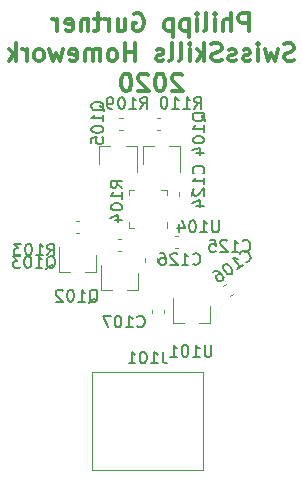
<source format=gbr>
G04 #@! TF.GenerationSoftware,KiCad,Pcbnew,5.1.5*
G04 #@! TF.CreationDate,2020-04-28T21:36:49+02:00*
G04 #@! TF.ProjectId,movingstar,6d6f7669-6e67-4737-9461-722e6b696361,rev?*
G04 #@! TF.SameCoordinates,Original*
G04 #@! TF.FileFunction,Legend,Bot*
G04 #@! TF.FilePolarity,Positive*
%FSLAX46Y46*%
G04 Gerber Fmt 4.6, Leading zero omitted, Abs format (unit mm)*
G04 Created by KiCad (PCBNEW 5.1.5) date 2020-04-28 21:36:49*
%MOMM*%
%LPD*%
G04 APERTURE LIST*
%ADD10C,0.300000*%
%ADD11C,0.120000*%
%ADD12C,0.150000*%
G04 APERTURE END LIST*
D10*
X208544085Y-84971171D02*
X208544085Y-83471171D01*
X207972657Y-83471171D01*
X207829800Y-83542600D01*
X207758371Y-83614028D01*
X207686942Y-83756885D01*
X207686942Y-83971171D01*
X207758371Y-84114028D01*
X207829800Y-84185457D01*
X207972657Y-84256885D01*
X208544085Y-84256885D01*
X207044085Y-84971171D02*
X207044085Y-83471171D01*
X206401228Y-84971171D02*
X206401228Y-84185457D01*
X206472657Y-84042600D01*
X206615514Y-83971171D01*
X206829800Y-83971171D01*
X206972657Y-84042600D01*
X207044085Y-84114028D01*
X205686942Y-84971171D02*
X205686942Y-83971171D01*
X205686942Y-83471171D02*
X205758371Y-83542600D01*
X205686942Y-83614028D01*
X205615514Y-83542600D01*
X205686942Y-83471171D01*
X205686942Y-83614028D01*
X204758371Y-84971171D02*
X204901228Y-84899742D01*
X204972657Y-84756885D01*
X204972657Y-83471171D01*
X204186942Y-84971171D02*
X204186942Y-83971171D01*
X204186942Y-83471171D02*
X204258371Y-83542600D01*
X204186942Y-83614028D01*
X204115514Y-83542600D01*
X204186942Y-83471171D01*
X204186942Y-83614028D01*
X203472657Y-83971171D02*
X203472657Y-85471171D01*
X203472657Y-84042600D02*
X203329800Y-83971171D01*
X203044085Y-83971171D01*
X202901228Y-84042600D01*
X202829800Y-84114028D01*
X202758371Y-84256885D01*
X202758371Y-84685457D01*
X202829800Y-84828314D01*
X202901228Y-84899742D01*
X203044085Y-84971171D01*
X203329800Y-84971171D01*
X203472657Y-84899742D01*
X202115514Y-83971171D02*
X202115514Y-85471171D01*
X202115514Y-84042600D02*
X201972657Y-83971171D01*
X201686942Y-83971171D01*
X201544085Y-84042600D01*
X201472657Y-84114028D01*
X201401228Y-84256885D01*
X201401228Y-84685457D01*
X201472657Y-84828314D01*
X201544085Y-84899742D01*
X201686942Y-84971171D01*
X201972657Y-84971171D01*
X202115514Y-84899742D01*
X198829800Y-83542600D02*
X198972657Y-83471171D01*
X199186942Y-83471171D01*
X199401228Y-83542600D01*
X199544085Y-83685457D01*
X199615514Y-83828314D01*
X199686942Y-84114028D01*
X199686942Y-84328314D01*
X199615514Y-84614028D01*
X199544085Y-84756885D01*
X199401228Y-84899742D01*
X199186942Y-84971171D01*
X199044085Y-84971171D01*
X198829800Y-84899742D01*
X198758371Y-84828314D01*
X198758371Y-84328314D01*
X199044085Y-84328314D01*
X197472657Y-83971171D02*
X197472657Y-84971171D01*
X198115514Y-83971171D02*
X198115514Y-84756885D01*
X198044085Y-84899742D01*
X197901228Y-84971171D01*
X197686942Y-84971171D01*
X197544085Y-84899742D01*
X197472657Y-84828314D01*
X196758371Y-84971171D02*
X196758371Y-83971171D01*
X196758371Y-84256885D02*
X196686942Y-84114028D01*
X196615514Y-84042600D01*
X196472657Y-83971171D01*
X196329800Y-83971171D01*
X196044085Y-83971171D02*
X195472657Y-83971171D01*
X195829800Y-83471171D02*
X195829800Y-84756885D01*
X195758371Y-84899742D01*
X195615514Y-84971171D01*
X195472657Y-84971171D01*
X194972657Y-83971171D02*
X194972657Y-84971171D01*
X194972657Y-84114028D02*
X194901228Y-84042600D01*
X194758371Y-83971171D01*
X194544085Y-83971171D01*
X194401228Y-84042600D01*
X194329800Y-84185457D01*
X194329800Y-84971171D01*
X193044085Y-84899742D02*
X193186942Y-84971171D01*
X193472657Y-84971171D01*
X193615514Y-84899742D01*
X193686942Y-84756885D01*
X193686942Y-84185457D01*
X193615514Y-84042600D01*
X193472657Y-83971171D01*
X193186942Y-83971171D01*
X193044085Y-84042600D01*
X192972657Y-84185457D01*
X192972657Y-84328314D01*
X193686942Y-84471171D01*
X192329800Y-84971171D02*
X192329800Y-83971171D01*
X192329800Y-84256885D02*
X192258371Y-84114028D01*
X192186942Y-84042600D01*
X192044085Y-83971171D01*
X191901228Y-83971171D01*
X212401228Y-87449742D02*
X212186942Y-87521171D01*
X211829800Y-87521171D01*
X211686942Y-87449742D01*
X211615514Y-87378314D01*
X211544085Y-87235457D01*
X211544085Y-87092600D01*
X211615514Y-86949742D01*
X211686942Y-86878314D01*
X211829800Y-86806885D01*
X212115514Y-86735457D01*
X212258371Y-86664028D01*
X212329800Y-86592600D01*
X212401228Y-86449742D01*
X212401228Y-86306885D01*
X212329800Y-86164028D01*
X212258371Y-86092600D01*
X212115514Y-86021171D01*
X211758371Y-86021171D01*
X211544085Y-86092600D01*
X211044085Y-86521171D02*
X210758371Y-87521171D01*
X210472657Y-86806885D01*
X210186942Y-87521171D01*
X209901228Y-86521171D01*
X209329800Y-87521171D02*
X209329800Y-86521171D01*
X209329800Y-86021171D02*
X209401228Y-86092600D01*
X209329800Y-86164028D01*
X209258371Y-86092600D01*
X209329800Y-86021171D01*
X209329800Y-86164028D01*
X208686942Y-87449742D02*
X208544085Y-87521171D01*
X208258371Y-87521171D01*
X208115514Y-87449742D01*
X208044085Y-87306885D01*
X208044085Y-87235457D01*
X208115514Y-87092600D01*
X208258371Y-87021171D01*
X208472657Y-87021171D01*
X208615514Y-86949742D01*
X208686942Y-86806885D01*
X208686942Y-86735457D01*
X208615514Y-86592600D01*
X208472657Y-86521171D01*
X208258371Y-86521171D01*
X208115514Y-86592600D01*
X207472657Y-87449742D02*
X207329800Y-87521171D01*
X207044085Y-87521171D01*
X206901228Y-87449742D01*
X206829800Y-87306885D01*
X206829800Y-87235457D01*
X206901228Y-87092600D01*
X207044085Y-87021171D01*
X207258371Y-87021171D01*
X207401228Y-86949742D01*
X207472657Y-86806885D01*
X207472657Y-86735457D01*
X207401228Y-86592600D01*
X207258371Y-86521171D01*
X207044085Y-86521171D01*
X206901228Y-86592600D01*
X206258371Y-87449742D02*
X206044085Y-87521171D01*
X205686942Y-87521171D01*
X205544085Y-87449742D01*
X205472657Y-87378314D01*
X205401228Y-87235457D01*
X205401228Y-87092600D01*
X205472657Y-86949742D01*
X205544085Y-86878314D01*
X205686942Y-86806885D01*
X205972657Y-86735457D01*
X206115514Y-86664028D01*
X206186942Y-86592600D01*
X206258371Y-86449742D01*
X206258371Y-86306885D01*
X206186942Y-86164028D01*
X206115514Y-86092600D01*
X205972657Y-86021171D01*
X205615514Y-86021171D01*
X205401228Y-86092600D01*
X204758371Y-87521171D02*
X204758371Y-86021171D01*
X204615514Y-86949742D02*
X204186942Y-87521171D01*
X204186942Y-86521171D02*
X204758371Y-87092600D01*
X203544085Y-87521171D02*
X203544085Y-86521171D01*
X203544085Y-86021171D02*
X203615514Y-86092600D01*
X203544085Y-86164028D01*
X203472657Y-86092600D01*
X203544085Y-86021171D01*
X203544085Y-86164028D01*
X202615514Y-87521171D02*
X202758371Y-87449742D01*
X202829800Y-87306885D01*
X202829800Y-86021171D01*
X201829800Y-87521171D02*
X201972657Y-87449742D01*
X202044085Y-87306885D01*
X202044085Y-86021171D01*
X201329800Y-87449742D02*
X201186942Y-87521171D01*
X200901228Y-87521171D01*
X200758371Y-87449742D01*
X200686942Y-87306885D01*
X200686942Y-87235457D01*
X200758371Y-87092600D01*
X200901228Y-87021171D01*
X201115514Y-87021171D01*
X201258371Y-86949742D01*
X201329800Y-86806885D01*
X201329800Y-86735457D01*
X201258371Y-86592600D01*
X201115514Y-86521171D01*
X200901228Y-86521171D01*
X200758371Y-86592600D01*
X198901228Y-87521171D02*
X198901228Y-86021171D01*
X198901228Y-86735457D02*
X198044085Y-86735457D01*
X198044085Y-87521171D02*
X198044085Y-86021171D01*
X197115514Y-87521171D02*
X197258371Y-87449742D01*
X197329800Y-87378314D01*
X197401228Y-87235457D01*
X197401228Y-86806885D01*
X197329800Y-86664028D01*
X197258371Y-86592600D01*
X197115514Y-86521171D01*
X196901228Y-86521171D01*
X196758371Y-86592600D01*
X196686942Y-86664028D01*
X196615514Y-86806885D01*
X196615514Y-87235457D01*
X196686942Y-87378314D01*
X196758371Y-87449742D01*
X196901228Y-87521171D01*
X197115514Y-87521171D01*
X195972657Y-87521171D02*
X195972657Y-86521171D01*
X195972657Y-86664028D02*
X195901228Y-86592600D01*
X195758371Y-86521171D01*
X195544085Y-86521171D01*
X195401228Y-86592600D01*
X195329800Y-86735457D01*
X195329800Y-87521171D01*
X195329800Y-86735457D02*
X195258371Y-86592600D01*
X195115514Y-86521171D01*
X194901228Y-86521171D01*
X194758371Y-86592600D01*
X194686942Y-86735457D01*
X194686942Y-87521171D01*
X193401228Y-87449742D02*
X193544085Y-87521171D01*
X193829800Y-87521171D01*
X193972657Y-87449742D01*
X194044085Y-87306885D01*
X194044085Y-86735457D01*
X193972657Y-86592600D01*
X193829800Y-86521171D01*
X193544085Y-86521171D01*
X193401228Y-86592600D01*
X193329800Y-86735457D01*
X193329800Y-86878314D01*
X194044085Y-87021171D01*
X192829800Y-86521171D02*
X192544085Y-87521171D01*
X192258371Y-86806885D01*
X191972657Y-87521171D01*
X191686942Y-86521171D01*
X190901228Y-87521171D02*
X191044085Y-87449742D01*
X191115514Y-87378314D01*
X191186942Y-87235457D01*
X191186942Y-86806885D01*
X191115514Y-86664028D01*
X191044085Y-86592600D01*
X190901228Y-86521171D01*
X190686942Y-86521171D01*
X190544085Y-86592600D01*
X190472657Y-86664028D01*
X190401228Y-86806885D01*
X190401228Y-87235457D01*
X190472657Y-87378314D01*
X190544085Y-87449742D01*
X190686942Y-87521171D01*
X190901228Y-87521171D01*
X189758371Y-87521171D02*
X189758371Y-86521171D01*
X189758371Y-86806885D02*
X189686942Y-86664028D01*
X189615514Y-86592600D01*
X189472657Y-86521171D01*
X189329800Y-86521171D01*
X188829800Y-87521171D02*
X188829800Y-86021171D01*
X188686942Y-86949742D02*
X188258371Y-87521171D01*
X188258371Y-86521171D02*
X188829800Y-87092600D01*
X202901228Y-88714028D02*
X202829800Y-88642600D01*
X202686942Y-88571171D01*
X202329800Y-88571171D01*
X202186942Y-88642600D01*
X202115514Y-88714028D01*
X202044085Y-88856885D01*
X202044085Y-88999742D01*
X202115514Y-89214028D01*
X202972657Y-90071171D01*
X202044085Y-90071171D01*
X201115514Y-88571171D02*
X200972657Y-88571171D01*
X200829800Y-88642600D01*
X200758371Y-88714028D01*
X200686942Y-88856885D01*
X200615514Y-89142600D01*
X200615514Y-89499742D01*
X200686942Y-89785457D01*
X200758371Y-89928314D01*
X200829800Y-89999742D01*
X200972657Y-90071171D01*
X201115514Y-90071171D01*
X201258371Y-89999742D01*
X201329800Y-89928314D01*
X201401228Y-89785457D01*
X201472657Y-89499742D01*
X201472657Y-89142600D01*
X201401228Y-88856885D01*
X201329800Y-88714028D01*
X201258371Y-88642600D01*
X201115514Y-88571171D01*
X200044085Y-88714028D02*
X199972657Y-88642600D01*
X199829800Y-88571171D01*
X199472657Y-88571171D01*
X199329800Y-88642600D01*
X199258371Y-88714028D01*
X199186942Y-88856885D01*
X199186942Y-88999742D01*
X199258371Y-89214028D01*
X200115514Y-90071171D01*
X199186942Y-90071171D01*
X198258371Y-88571171D02*
X198115514Y-88571171D01*
X197972657Y-88642600D01*
X197901228Y-88714028D01*
X197829800Y-88856885D01*
X197758371Y-89142600D01*
X197758371Y-89499742D01*
X197829800Y-89785457D01*
X197901228Y-89928314D01*
X197972657Y-89999742D01*
X198115514Y-90071171D01*
X198258371Y-90071171D01*
X198401228Y-89999742D01*
X198472657Y-89928314D01*
X198544085Y-89785457D01*
X198615514Y-89499742D01*
X198615514Y-89142600D01*
X198544085Y-88856885D01*
X198472657Y-88714028D01*
X198401228Y-88642600D01*
X198258371Y-88571171D01*
D11*
X201610000Y-98865000D02*
X201610000Y-98390000D01*
X201610000Y-98390000D02*
X201135000Y-98390000D01*
X198390000Y-101135000D02*
X198390000Y-101610000D01*
X198390000Y-101610000D02*
X198865000Y-101610000D01*
X198390000Y-98865000D02*
X198390000Y-98390000D01*
X198390000Y-98390000D02*
X198865000Y-98390000D01*
X201610000Y-101135000D02*
X201610000Y-101610000D01*
X206349939Y-106566280D02*
X206613320Y-106374922D01*
X206949480Y-107391478D02*
X207212861Y-107200120D01*
X201424000Y-108549221D02*
X201424000Y-108874779D01*
X200404000Y-108549221D02*
X200404000Y-108874779D01*
X202626500Y-98579721D02*
X202626500Y-98905279D01*
X203646500Y-98579721D02*
X203646500Y-98905279D01*
X202275221Y-102360000D02*
X202600779Y-102360000D01*
X202275221Y-103380000D02*
X202600779Y-103380000D01*
X199753760Y-104190581D02*
X199753760Y-104516139D01*
X200773760Y-104190581D02*
X200773760Y-104516139D01*
X204695000Y-113818000D02*
X204695000Y-122118000D01*
X204695000Y-122118000D02*
X195305000Y-122118000D01*
X195305000Y-122118000D02*
X195305000Y-113818000D01*
X204695000Y-113818000D02*
X195305000Y-113818000D01*
X199192000Y-106932000D02*
X198262000Y-106932000D01*
X196032000Y-106932000D02*
X196962000Y-106932000D01*
X196032000Y-106932000D02*
X196032000Y-104772000D01*
X199192000Y-106932000D02*
X199192000Y-105472000D01*
X195636000Y-105408000D02*
X194706000Y-105408000D01*
X192476000Y-105408000D02*
X193406000Y-105408000D01*
X192476000Y-105408000D02*
X192476000Y-103248000D01*
X195636000Y-105408000D02*
X195636000Y-103948000D01*
X193893221Y-101090000D02*
X194218779Y-101090000D01*
X193893221Y-102110000D02*
X194218779Y-102110000D01*
X197449221Y-103634000D02*
X197774779Y-103634000D01*
X197449221Y-102614000D02*
X197774779Y-102614000D01*
X205288000Y-109726000D02*
X205288000Y-108266000D01*
X202128000Y-109726000D02*
X202128000Y-107566000D01*
X202128000Y-109726000D02*
X203058000Y-109726000D01*
X205288000Y-109726000D02*
X204358000Y-109726000D01*
X199588000Y-94744000D02*
X199588000Y-96204000D01*
X202748000Y-94744000D02*
X202748000Y-96904000D01*
X202748000Y-94744000D02*
X201818000Y-94744000D01*
X199588000Y-94744000D02*
X200518000Y-94744000D01*
X195905000Y-94744000D02*
X196835000Y-94744000D01*
X199065000Y-94744000D02*
X198135000Y-94744000D01*
X199065000Y-94744000D02*
X199065000Y-96904000D01*
X195905000Y-94744000D02*
X195905000Y-96204000D01*
X197901779Y-93347000D02*
X197576221Y-93347000D01*
X197901779Y-92327000D02*
X197576221Y-92327000D01*
X200751221Y-93347000D02*
X201076779Y-93347000D01*
X200751221Y-92327000D02*
X201076779Y-92327000D01*
D12*
X206031885Y-101001580D02*
X206031885Y-101811104D01*
X205984266Y-101906342D01*
X205936647Y-101953961D01*
X205841409Y-102001580D01*
X205650933Y-102001580D01*
X205555695Y-101953961D01*
X205508076Y-101906342D01*
X205460457Y-101811104D01*
X205460457Y-101001580D01*
X204460457Y-102001580D02*
X205031885Y-102001580D01*
X204746171Y-102001580D02*
X204746171Y-101001580D01*
X204841409Y-101144438D01*
X204936647Y-101239676D01*
X205031885Y-101287295D01*
X203841409Y-101001580D02*
X203746171Y-101001580D01*
X203650933Y-101049200D01*
X203603314Y-101096819D01*
X203555695Y-101192057D01*
X203508076Y-101382533D01*
X203508076Y-101620628D01*
X203555695Y-101811104D01*
X203603314Y-101906342D01*
X203650933Y-101953961D01*
X203746171Y-102001580D01*
X203841409Y-102001580D01*
X203936647Y-101953961D01*
X203984266Y-101906342D01*
X204031885Y-101811104D01*
X204079504Y-101620628D01*
X204079504Y-101382533D01*
X204031885Y-101192057D01*
X203984266Y-101096819D01*
X203936647Y-101049200D01*
X203841409Y-101001580D01*
X202650933Y-101334914D02*
X202650933Y-102001580D01*
X202889028Y-100953961D02*
X203127123Y-101668247D01*
X202508076Y-101668247D01*
X208315451Y-104506774D02*
X208381966Y-104517309D01*
X208525529Y-104471865D01*
X208602579Y-104415885D01*
X208690163Y-104293391D01*
X208711232Y-104160362D01*
X208693777Y-104055323D01*
X208620343Y-103873235D01*
X208536374Y-103757661D01*
X208385890Y-103631553D01*
X208291386Y-103582493D01*
X208158357Y-103561423D01*
X208014793Y-103606868D01*
X207937744Y-103662848D01*
X207850160Y-103785342D01*
X207839625Y-103851856D01*
X207600939Y-105143619D02*
X208063234Y-104807742D01*
X207832086Y-104975681D02*
X207244301Y-104166664D01*
X207405320Y-104226258D01*
X207538348Y-104247328D01*
X207643387Y-104229873D01*
X206512333Y-104698469D02*
X206435284Y-104754449D01*
X206386225Y-104848953D01*
X206375690Y-104915467D01*
X206393145Y-105020506D01*
X206466579Y-105202595D01*
X206606528Y-105395218D01*
X206757012Y-105521326D01*
X206851516Y-105570386D01*
X206918030Y-105580921D01*
X207023069Y-105563466D01*
X207100118Y-105507486D01*
X207149178Y-105412982D01*
X207159713Y-105346468D01*
X207142258Y-105241429D01*
X207068823Y-105059340D01*
X206928875Y-104866717D01*
X206778391Y-104740609D01*
X206683887Y-104691549D01*
X206617372Y-104681014D01*
X206512333Y-104698469D01*
X205549218Y-105398214D02*
X205703316Y-105286254D01*
X205808355Y-105268800D01*
X205874870Y-105279334D01*
X206035888Y-105338929D01*
X206186372Y-105465037D01*
X206410290Y-105773234D01*
X206427745Y-105878273D01*
X206417210Y-105944788D01*
X206368151Y-106039292D01*
X206214052Y-106151251D01*
X206109013Y-106168706D01*
X206042499Y-106158171D01*
X205947995Y-106109112D01*
X205808046Y-105916489D01*
X205790591Y-105811450D01*
X205801126Y-105744935D01*
X205850185Y-105650431D01*
X206004284Y-105538472D01*
X206109323Y-105521017D01*
X206175837Y-105531552D01*
X206270341Y-105580611D01*
X199112047Y-109958142D02*
X199159666Y-110005761D01*
X199302523Y-110053380D01*
X199397761Y-110053380D01*
X199540619Y-110005761D01*
X199635857Y-109910523D01*
X199683476Y-109815285D01*
X199731095Y-109624809D01*
X199731095Y-109481952D01*
X199683476Y-109291476D01*
X199635857Y-109196238D01*
X199540619Y-109101000D01*
X199397761Y-109053380D01*
X199302523Y-109053380D01*
X199159666Y-109101000D01*
X199112047Y-109148619D01*
X198159666Y-110053380D02*
X198731095Y-110053380D01*
X198445380Y-110053380D02*
X198445380Y-109053380D01*
X198540619Y-109196238D01*
X198635857Y-109291476D01*
X198731095Y-109339095D01*
X197540619Y-109053380D02*
X197445380Y-109053380D01*
X197350142Y-109101000D01*
X197302523Y-109148619D01*
X197254904Y-109243857D01*
X197207285Y-109434333D01*
X197207285Y-109672428D01*
X197254904Y-109862904D01*
X197302523Y-109958142D01*
X197350142Y-110005761D01*
X197445380Y-110053380D01*
X197540619Y-110053380D01*
X197635857Y-110005761D01*
X197683476Y-109958142D01*
X197731095Y-109862904D01*
X197778714Y-109672428D01*
X197778714Y-109434333D01*
X197731095Y-109243857D01*
X197683476Y-109148619D01*
X197635857Y-109101000D01*
X197540619Y-109053380D01*
X196873952Y-109053380D02*
X196207285Y-109053380D01*
X196635857Y-110053380D01*
X204700142Y-97001152D02*
X204747761Y-96953533D01*
X204795380Y-96810676D01*
X204795380Y-96715438D01*
X204747761Y-96572580D01*
X204652523Y-96477342D01*
X204557285Y-96429723D01*
X204366809Y-96382104D01*
X204223952Y-96382104D01*
X204033476Y-96429723D01*
X203938238Y-96477342D01*
X203843000Y-96572580D01*
X203795380Y-96715438D01*
X203795380Y-96810676D01*
X203843000Y-96953533D01*
X203890619Y-97001152D01*
X204795380Y-97953533D02*
X204795380Y-97382104D01*
X204795380Y-97667819D02*
X203795380Y-97667819D01*
X203938238Y-97572580D01*
X204033476Y-97477342D01*
X204081095Y-97382104D01*
X203890619Y-98334485D02*
X203843000Y-98382104D01*
X203795380Y-98477342D01*
X203795380Y-98715438D01*
X203843000Y-98810676D01*
X203890619Y-98858295D01*
X203985857Y-98905914D01*
X204081095Y-98905914D01*
X204223952Y-98858295D01*
X204795380Y-98286866D01*
X204795380Y-98905914D01*
X204128714Y-99763057D02*
X204795380Y-99763057D01*
X203747761Y-99524961D02*
X204462047Y-99286866D01*
X204462047Y-99905914D01*
X208052847Y-103557342D02*
X208100466Y-103604961D01*
X208243323Y-103652580D01*
X208338561Y-103652580D01*
X208481419Y-103604961D01*
X208576657Y-103509723D01*
X208624276Y-103414485D01*
X208671895Y-103224009D01*
X208671895Y-103081152D01*
X208624276Y-102890676D01*
X208576657Y-102795438D01*
X208481419Y-102700200D01*
X208338561Y-102652580D01*
X208243323Y-102652580D01*
X208100466Y-102700200D01*
X208052847Y-102747819D01*
X207100466Y-103652580D02*
X207671895Y-103652580D01*
X207386180Y-103652580D02*
X207386180Y-102652580D01*
X207481419Y-102795438D01*
X207576657Y-102890676D01*
X207671895Y-102938295D01*
X206719514Y-102747819D02*
X206671895Y-102700200D01*
X206576657Y-102652580D01*
X206338561Y-102652580D01*
X206243323Y-102700200D01*
X206195704Y-102747819D01*
X206148085Y-102843057D01*
X206148085Y-102938295D01*
X206195704Y-103081152D01*
X206767133Y-103652580D01*
X206148085Y-103652580D01*
X205243323Y-102652580D02*
X205719514Y-102652580D01*
X205767133Y-103128771D01*
X205719514Y-103081152D01*
X205624276Y-103033533D01*
X205386180Y-103033533D01*
X205290942Y-103081152D01*
X205243323Y-103128771D01*
X205195704Y-103224009D01*
X205195704Y-103462104D01*
X205243323Y-103557342D01*
X205290942Y-103604961D01*
X205386180Y-103652580D01*
X205624276Y-103652580D01*
X205719514Y-103604961D01*
X205767133Y-103557342D01*
X203836447Y-104674942D02*
X203884066Y-104722561D01*
X204026923Y-104770180D01*
X204122161Y-104770180D01*
X204265019Y-104722561D01*
X204360257Y-104627323D01*
X204407876Y-104532085D01*
X204455495Y-104341609D01*
X204455495Y-104198752D01*
X204407876Y-104008276D01*
X204360257Y-103913038D01*
X204265019Y-103817800D01*
X204122161Y-103770180D01*
X204026923Y-103770180D01*
X203884066Y-103817800D01*
X203836447Y-103865419D01*
X202884066Y-104770180D02*
X203455495Y-104770180D01*
X203169780Y-104770180D02*
X203169780Y-103770180D01*
X203265019Y-103913038D01*
X203360257Y-104008276D01*
X203455495Y-104055895D01*
X202503114Y-103865419D02*
X202455495Y-103817800D01*
X202360257Y-103770180D01*
X202122161Y-103770180D01*
X202026923Y-103817800D01*
X201979304Y-103865419D01*
X201931685Y-103960657D01*
X201931685Y-104055895D01*
X201979304Y-104198752D01*
X202550733Y-104770180D01*
X201931685Y-104770180D01*
X201074542Y-103770180D02*
X201265019Y-103770180D01*
X201360257Y-103817800D01*
X201407876Y-103865419D01*
X201503114Y-104008276D01*
X201550733Y-104198752D01*
X201550733Y-104579704D01*
X201503114Y-104674942D01*
X201455495Y-104722561D01*
X201360257Y-104770180D01*
X201169780Y-104770180D01*
X201074542Y-104722561D01*
X201026923Y-104674942D01*
X200979304Y-104579704D01*
X200979304Y-104341609D01*
X201026923Y-104246371D01*
X201074542Y-104198752D01*
X201169780Y-104151133D01*
X201360257Y-104151133D01*
X201455495Y-104198752D01*
X201503114Y-104246371D01*
X201550733Y-104341609D01*
X201285714Y-112101380D02*
X201285714Y-112815666D01*
X201333333Y-112958523D01*
X201428571Y-113053761D01*
X201571428Y-113101380D01*
X201666666Y-113101380D01*
X200285714Y-113101380D02*
X200857142Y-113101380D01*
X200571428Y-113101380D02*
X200571428Y-112101380D01*
X200666666Y-112244238D01*
X200761904Y-112339476D01*
X200857142Y-112387095D01*
X199666666Y-112101380D02*
X199571428Y-112101380D01*
X199476190Y-112149000D01*
X199428571Y-112196619D01*
X199380952Y-112291857D01*
X199333333Y-112482333D01*
X199333333Y-112720428D01*
X199380952Y-112910904D01*
X199428571Y-113006142D01*
X199476190Y-113053761D01*
X199571428Y-113101380D01*
X199666666Y-113101380D01*
X199761904Y-113053761D01*
X199809523Y-113006142D01*
X199857142Y-112910904D01*
X199904761Y-112720428D01*
X199904761Y-112482333D01*
X199857142Y-112291857D01*
X199809523Y-112196619D01*
X199761904Y-112149000D01*
X199666666Y-112101380D01*
X198380952Y-113101380D02*
X198952380Y-113101380D01*
X198666666Y-113101380D02*
X198666666Y-112101380D01*
X198761904Y-112244238D01*
X198857142Y-112339476D01*
X198952380Y-112387095D01*
X195027419Y-107964219D02*
X195122657Y-107916600D01*
X195217895Y-107821361D01*
X195360752Y-107678504D01*
X195455990Y-107630885D01*
X195551228Y-107630885D01*
X195503609Y-107868980D02*
X195598847Y-107821361D01*
X195694085Y-107726123D01*
X195741704Y-107535647D01*
X195741704Y-107202314D01*
X195694085Y-107011838D01*
X195598847Y-106916600D01*
X195503609Y-106868980D01*
X195313133Y-106868980D01*
X195217895Y-106916600D01*
X195122657Y-107011838D01*
X195075038Y-107202314D01*
X195075038Y-107535647D01*
X195122657Y-107726123D01*
X195217895Y-107821361D01*
X195313133Y-107868980D01*
X195503609Y-107868980D01*
X194122657Y-107868980D02*
X194694085Y-107868980D01*
X194408371Y-107868980D02*
X194408371Y-106868980D01*
X194503609Y-107011838D01*
X194598847Y-107107076D01*
X194694085Y-107154695D01*
X193503609Y-106868980D02*
X193408371Y-106868980D01*
X193313133Y-106916600D01*
X193265514Y-106964219D01*
X193217895Y-107059457D01*
X193170276Y-107249933D01*
X193170276Y-107488028D01*
X193217895Y-107678504D01*
X193265514Y-107773742D01*
X193313133Y-107821361D01*
X193408371Y-107868980D01*
X193503609Y-107868980D01*
X193598847Y-107821361D01*
X193646466Y-107773742D01*
X193694085Y-107678504D01*
X193741704Y-107488028D01*
X193741704Y-107249933D01*
X193694085Y-107059457D01*
X193646466Y-106964219D01*
X193598847Y-106916600D01*
X193503609Y-106868980D01*
X192789323Y-106964219D02*
X192741704Y-106916600D01*
X192646466Y-106868980D01*
X192408371Y-106868980D01*
X192313133Y-106916600D01*
X192265514Y-106964219D01*
X192217895Y-107059457D01*
X192217895Y-107154695D01*
X192265514Y-107297552D01*
X192836942Y-107868980D01*
X192217895Y-107868980D01*
X191420619Y-105119419D02*
X191515857Y-105071800D01*
X191611095Y-104976561D01*
X191753952Y-104833704D01*
X191849190Y-104786085D01*
X191944428Y-104786085D01*
X191896809Y-105024180D02*
X191992047Y-104976561D01*
X192087285Y-104881323D01*
X192134904Y-104690847D01*
X192134904Y-104357514D01*
X192087285Y-104167038D01*
X191992047Y-104071800D01*
X191896809Y-104024180D01*
X191706333Y-104024180D01*
X191611095Y-104071800D01*
X191515857Y-104167038D01*
X191468238Y-104357514D01*
X191468238Y-104690847D01*
X191515857Y-104881323D01*
X191611095Y-104976561D01*
X191706333Y-105024180D01*
X191896809Y-105024180D01*
X190515857Y-105024180D02*
X191087285Y-105024180D01*
X190801571Y-105024180D02*
X190801571Y-104024180D01*
X190896809Y-104167038D01*
X190992047Y-104262276D01*
X191087285Y-104309895D01*
X189896809Y-104024180D02*
X189801571Y-104024180D01*
X189706333Y-104071800D01*
X189658714Y-104119419D01*
X189611095Y-104214657D01*
X189563476Y-104405133D01*
X189563476Y-104643228D01*
X189611095Y-104833704D01*
X189658714Y-104928942D01*
X189706333Y-104976561D01*
X189801571Y-105024180D01*
X189896809Y-105024180D01*
X189992047Y-104976561D01*
X190039666Y-104928942D01*
X190087285Y-104833704D01*
X190134904Y-104643228D01*
X190134904Y-104405133D01*
X190087285Y-104214657D01*
X190039666Y-104119419D01*
X189992047Y-104071800D01*
X189896809Y-104024180D01*
X189230142Y-104024180D02*
X188611095Y-104024180D01*
X188944428Y-104405133D01*
X188801571Y-104405133D01*
X188706333Y-104452752D01*
X188658714Y-104500371D01*
X188611095Y-104595609D01*
X188611095Y-104833704D01*
X188658714Y-104928942D01*
X188706333Y-104976561D01*
X188801571Y-105024180D01*
X189087285Y-105024180D01*
X189182523Y-104976561D01*
X189230142Y-104928942D01*
X191517447Y-103970080D02*
X191850780Y-103493890D01*
X192088876Y-103970080D02*
X192088876Y-102970080D01*
X191707923Y-102970080D01*
X191612685Y-103017700D01*
X191565066Y-103065319D01*
X191517447Y-103160557D01*
X191517447Y-103303414D01*
X191565066Y-103398652D01*
X191612685Y-103446271D01*
X191707923Y-103493890D01*
X192088876Y-103493890D01*
X190565066Y-103970080D02*
X191136495Y-103970080D01*
X190850780Y-103970080D02*
X190850780Y-102970080D01*
X190946019Y-103112938D01*
X191041257Y-103208176D01*
X191136495Y-103255795D01*
X189946019Y-102970080D02*
X189850780Y-102970080D01*
X189755542Y-103017700D01*
X189707923Y-103065319D01*
X189660304Y-103160557D01*
X189612685Y-103351033D01*
X189612685Y-103589128D01*
X189660304Y-103779604D01*
X189707923Y-103874842D01*
X189755542Y-103922461D01*
X189850780Y-103970080D01*
X189946019Y-103970080D01*
X190041257Y-103922461D01*
X190088876Y-103874842D01*
X190136495Y-103779604D01*
X190184114Y-103589128D01*
X190184114Y-103351033D01*
X190136495Y-103160557D01*
X190088876Y-103065319D01*
X190041257Y-103017700D01*
X189946019Y-102970080D01*
X189279352Y-102970080D02*
X188660304Y-102970080D01*
X188993638Y-103351033D01*
X188850780Y-103351033D01*
X188755542Y-103398652D01*
X188707923Y-103446271D01*
X188660304Y-103541509D01*
X188660304Y-103779604D01*
X188707923Y-103874842D01*
X188755542Y-103922461D01*
X188850780Y-103970080D01*
X189136495Y-103970080D01*
X189231733Y-103922461D01*
X189279352Y-103874842D01*
X197861180Y-98233052D02*
X197384990Y-97899719D01*
X197861180Y-97661623D02*
X196861180Y-97661623D01*
X196861180Y-98042576D01*
X196908800Y-98137814D01*
X196956419Y-98185433D01*
X197051657Y-98233052D01*
X197194514Y-98233052D01*
X197289752Y-98185433D01*
X197337371Y-98137814D01*
X197384990Y-98042576D01*
X197384990Y-97661623D01*
X197861180Y-99185433D02*
X197861180Y-98614004D01*
X197861180Y-98899719D02*
X196861180Y-98899719D01*
X197004038Y-98804480D01*
X197099276Y-98709242D01*
X197146895Y-98614004D01*
X196861180Y-99804480D02*
X196861180Y-99899719D01*
X196908800Y-99994957D01*
X196956419Y-100042576D01*
X197051657Y-100090195D01*
X197242133Y-100137814D01*
X197480228Y-100137814D01*
X197670704Y-100090195D01*
X197765942Y-100042576D01*
X197813561Y-99994957D01*
X197861180Y-99899719D01*
X197861180Y-99804480D01*
X197813561Y-99709242D01*
X197765942Y-99661623D01*
X197670704Y-99614004D01*
X197480228Y-99566385D01*
X197242133Y-99566385D01*
X197051657Y-99614004D01*
X196956419Y-99661623D01*
X196908800Y-99709242D01*
X196861180Y-99804480D01*
X197194514Y-100994957D02*
X197861180Y-100994957D01*
X196813561Y-100756861D02*
X197527847Y-100518766D01*
X197527847Y-101137814D01*
X205396885Y-111542580D02*
X205396885Y-112352104D01*
X205349266Y-112447342D01*
X205301647Y-112494961D01*
X205206409Y-112542580D01*
X205015933Y-112542580D01*
X204920695Y-112494961D01*
X204873076Y-112447342D01*
X204825457Y-112352104D01*
X204825457Y-111542580D01*
X203825457Y-112542580D02*
X204396885Y-112542580D01*
X204111171Y-112542580D02*
X204111171Y-111542580D01*
X204206409Y-111685438D01*
X204301647Y-111780676D01*
X204396885Y-111828295D01*
X203206409Y-111542580D02*
X203111171Y-111542580D01*
X203015933Y-111590200D01*
X202968314Y-111637819D01*
X202920695Y-111733057D01*
X202873076Y-111923533D01*
X202873076Y-112161628D01*
X202920695Y-112352104D01*
X202968314Y-112447342D01*
X203015933Y-112494961D01*
X203111171Y-112542580D01*
X203206409Y-112542580D01*
X203301647Y-112494961D01*
X203349266Y-112447342D01*
X203396885Y-112352104D01*
X203444504Y-112161628D01*
X203444504Y-111923533D01*
X203396885Y-111733057D01*
X203349266Y-111637819D01*
X203301647Y-111590200D01*
X203206409Y-111542580D01*
X201920695Y-112542580D02*
X202492123Y-112542580D01*
X202206409Y-112542580D02*
X202206409Y-111542580D01*
X202301647Y-111685438D01*
X202396885Y-111780676D01*
X202492123Y-111828295D01*
X204890619Y-92602180D02*
X204843000Y-92506942D01*
X204747761Y-92411704D01*
X204604904Y-92268847D01*
X204557285Y-92173609D01*
X204557285Y-92078371D01*
X204795380Y-92125990D02*
X204747761Y-92030752D01*
X204652523Y-91935514D01*
X204462047Y-91887895D01*
X204128714Y-91887895D01*
X203938238Y-91935514D01*
X203843000Y-92030752D01*
X203795380Y-92125990D01*
X203795380Y-92316466D01*
X203843000Y-92411704D01*
X203938238Y-92506942D01*
X204128714Y-92554561D01*
X204462047Y-92554561D01*
X204652523Y-92506942D01*
X204747761Y-92411704D01*
X204795380Y-92316466D01*
X204795380Y-92125990D01*
X204795380Y-93506942D02*
X204795380Y-92935514D01*
X204795380Y-93221228D02*
X203795380Y-93221228D01*
X203938238Y-93125990D01*
X204033476Y-93030752D01*
X204081095Y-92935514D01*
X203795380Y-94125990D02*
X203795380Y-94221228D01*
X203843000Y-94316466D01*
X203890619Y-94364085D01*
X203985857Y-94411704D01*
X204176333Y-94459323D01*
X204414428Y-94459323D01*
X204604904Y-94411704D01*
X204700142Y-94364085D01*
X204747761Y-94316466D01*
X204795380Y-94221228D01*
X204795380Y-94125990D01*
X204747761Y-94030752D01*
X204700142Y-93983133D01*
X204604904Y-93935514D01*
X204414428Y-93887895D01*
X204176333Y-93887895D01*
X203985857Y-93935514D01*
X203890619Y-93983133D01*
X203843000Y-94030752D01*
X203795380Y-94125990D01*
X204128714Y-95316466D02*
X204795380Y-95316466D01*
X203747761Y-95078371D02*
X204462047Y-94840276D01*
X204462047Y-95459323D01*
X196330819Y-91713180D02*
X196283200Y-91617942D01*
X196187961Y-91522704D01*
X196045104Y-91379847D01*
X195997485Y-91284609D01*
X195997485Y-91189371D01*
X196235580Y-91236990D02*
X196187961Y-91141752D01*
X196092723Y-91046514D01*
X195902247Y-90998895D01*
X195568914Y-90998895D01*
X195378438Y-91046514D01*
X195283200Y-91141752D01*
X195235580Y-91236990D01*
X195235580Y-91427466D01*
X195283200Y-91522704D01*
X195378438Y-91617942D01*
X195568914Y-91665561D01*
X195902247Y-91665561D01*
X196092723Y-91617942D01*
X196187961Y-91522704D01*
X196235580Y-91427466D01*
X196235580Y-91236990D01*
X196235580Y-92617942D02*
X196235580Y-92046514D01*
X196235580Y-92332228D02*
X195235580Y-92332228D01*
X195378438Y-92236990D01*
X195473676Y-92141752D01*
X195521295Y-92046514D01*
X195235580Y-93236990D02*
X195235580Y-93332228D01*
X195283200Y-93427466D01*
X195330819Y-93475085D01*
X195426057Y-93522704D01*
X195616533Y-93570323D01*
X195854628Y-93570323D01*
X196045104Y-93522704D01*
X196140342Y-93475085D01*
X196187961Y-93427466D01*
X196235580Y-93332228D01*
X196235580Y-93236990D01*
X196187961Y-93141752D01*
X196140342Y-93094133D01*
X196045104Y-93046514D01*
X195854628Y-92998895D01*
X195616533Y-92998895D01*
X195426057Y-93046514D01*
X195330819Y-93094133D01*
X195283200Y-93141752D01*
X195235580Y-93236990D01*
X195235580Y-94475085D02*
X195235580Y-93998895D01*
X195711771Y-93951276D01*
X195664152Y-93998895D01*
X195616533Y-94094133D01*
X195616533Y-94332228D01*
X195664152Y-94427466D01*
X195711771Y-94475085D01*
X195807009Y-94522704D01*
X196045104Y-94522704D01*
X196140342Y-94475085D01*
X196187961Y-94427466D01*
X196235580Y-94332228D01*
X196235580Y-94094133D01*
X196187961Y-93998895D01*
X196140342Y-93951276D01*
X199391447Y-91562180D02*
X199724780Y-91085990D01*
X199962876Y-91562180D02*
X199962876Y-90562180D01*
X199581923Y-90562180D01*
X199486685Y-90609800D01*
X199439066Y-90657419D01*
X199391447Y-90752657D01*
X199391447Y-90895514D01*
X199439066Y-90990752D01*
X199486685Y-91038371D01*
X199581923Y-91085990D01*
X199962876Y-91085990D01*
X198439066Y-91562180D02*
X199010495Y-91562180D01*
X198724780Y-91562180D02*
X198724780Y-90562180D01*
X198820019Y-90705038D01*
X198915257Y-90800276D01*
X199010495Y-90847895D01*
X197820019Y-90562180D02*
X197724780Y-90562180D01*
X197629542Y-90609800D01*
X197581923Y-90657419D01*
X197534304Y-90752657D01*
X197486685Y-90943133D01*
X197486685Y-91181228D01*
X197534304Y-91371704D01*
X197581923Y-91466942D01*
X197629542Y-91514561D01*
X197724780Y-91562180D01*
X197820019Y-91562180D01*
X197915257Y-91514561D01*
X197962876Y-91466942D01*
X198010495Y-91371704D01*
X198058114Y-91181228D01*
X198058114Y-90943133D01*
X198010495Y-90752657D01*
X197962876Y-90657419D01*
X197915257Y-90609800D01*
X197820019Y-90562180D01*
X197010495Y-91562180D02*
X196820019Y-91562180D01*
X196724780Y-91514561D01*
X196677161Y-91466942D01*
X196581923Y-91324085D01*
X196534304Y-91133609D01*
X196534304Y-90752657D01*
X196581923Y-90657419D01*
X196629542Y-90609800D01*
X196724780Y-90562180D01*
X196915257Y-90562180D01*
X197010495Y-90609800D01*
X197058114Y-90657419D01*
X197105733Y-90752657D01*
X197105733Y-90990752D01*
X197058114Y-91085990D01*
X197010495Y-91133609D01*
X196915257Y-91181228D01*
X196724780Y-91181228D01*
X196629542Y-91133609D01*
X196581923Y-91085990D01*
X196534304Y-90990752D01*
X203963447Y-91536780D02*
X204296780Y-91060590D01*
X204534876Y-91536780D02*
X204534876Y-90536780D01*
X204153923Y-90536780D01*
X204058685Y-90584400D01*
X204011066Y-90632019D01*
X203963447Y-90727257D01*
X203963447Y-90870114D01*
X204011066Y-90965352D01*
X204058685Y-91012971D01*
X204153923Y-91060590D01*
X204534876Y-91060590D01*
X203011066Y-91536780D02*
X203582495Y-91536780D01*
X203296780Y-91536780D02*
X203296780Y-90536780D01*
X203392019Y-90679638D01*
X203487257Y-90774876D01*
X203582495Y-90822495D01*
X202058685Y-91536780D02*
X202630114Y-91536780D01*
X202344400Y-91536780D02*
X202344400Y-90536780D01*
X202439638Y-90679638D01*
X202534876Y-90774876D01*
X202630114Y-90822495D01*
X201439638Y-90536780D02*
X201344400Y-90536780D01*
X201249161Y-90584400D01*
X201201542Y-90632019D01*
X201153923Y-90727257D01*
X201106304Y-90917733D01*
X201106304Y-91155828D01*
X201153923Y-91346304D01*
X201201542Y-91441542D01*
X201249161Y-91489161D01*
X201344400Y-91536780D01*
X201439638Y-91536780D01*
X201534876Y-91489161D01*
X201582495Y-91441542D01*
X201630114Y-91346304D01*
X201677733Y-91155828D01*
X201677733Y-90917733D01*
X201630114Y-90727257D01*
X201582495Y-90632019D01*
X201534876Y-90584400D01*
X201439638Y-90536780D01*
M02*

</source>
